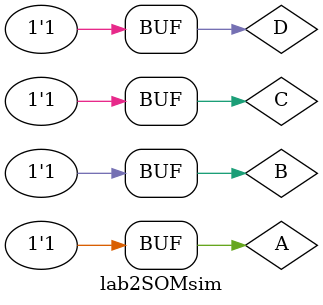
<source format=v>
`timescale 1ns / 1ps


module lab2SOMsim(

    );
    
    reg A, B, C, D;
    wire F;
    
    lab2SOM dut(.A(A),.B(B),.C(C),.D(D),.F(F));
    initial
    begin
    
    // 0000
    A = 0;
    B = 0;
    C = 0;
    D = 0;
    #10;
    
    //0001
    A = 0;
    B = 0;
    C = 0;
    D = 1;
      #10;  
    
    //0010
    A = 0;
    B = 0;
    C = 1;
    D = 0;
      #10;
    
    //0011
    A = 0;
    B = 0;
    C = 1;
    D = 1;
      #10;
    
    
    //0100
    A = 0;
    B = 1;
    C = 0;
    D = 0;
      #10;
    
    //0101
    A = 0;
    B = 1;
    C = 0;
    D = 1;
      #10;
      
    //0110
    A = 0;
    B = 1;
    C = 1;
    D = 0;
      #10;
    
    //0111
    A = 0;
    B = 1;
    C = 1;
    D = 1;
      #10;
    
    //1000
    A = 1;
    B = 0;
    C = 0;
    D = 0;
      #10;
      
      
    A = 1;
    B = 0;
    C = 0;
    D = 1;
      #10;
      
      
    //1010
    A = 1;
    B = 0;
    C = 1;
    D = 0;
      #10;
      
    //1011
    A = 1;
    B = 0;
    C = 1;
    D = 1;
      #10;
    
    //1100
    A = 1;
    B = 1;
    C = 0;
    D = 0;
      #10;
      
    //1101 
    A = 1;
    B = 1;
    C = 0;
    D = 1;
      #10;
      
    //1110 
    A = 1;
    B = 1;
    C = 1;
    D = 0;
      #10;
    
    
    //1111
    A = 1;
    B = 1;
    C = 1;
    D = 1;
      #10;   
    end
    
endmodule

</source>
